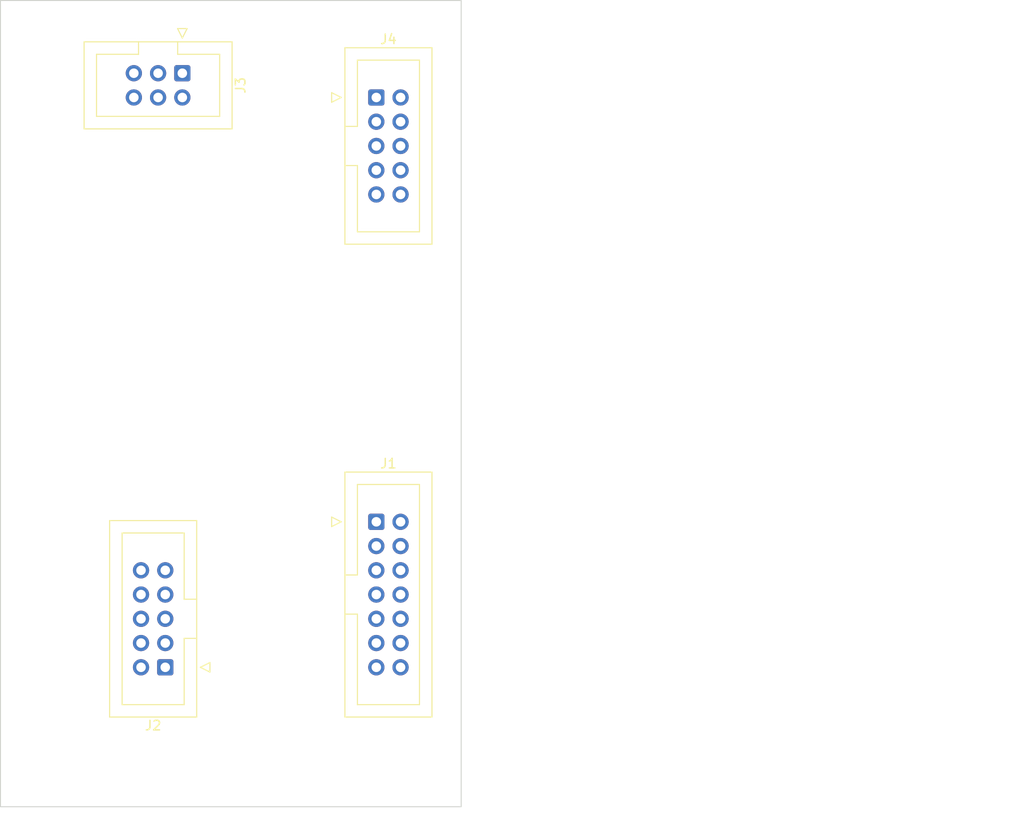
<source format=kicad_pcb>
(kicad_pcb (version 20211014) (generator pcbnew)
  (layers (0 "F.Cu" signal) (31 "B.Cu" signal) (34 "B.Paste" user) (35 "F.Paste" user) (36 "B.SilkS" user "B.Silkscreen") (37 "F.SilkS" user "F.Silkscreen") (38 "B.Mask" user) (39 "F.Mask" user) (44 "Edge.Cuts" user))
  (net 0 "")
  (net 1 "GND")
  (net 2 "/IN_B")
  (net 3 "/~{ALU_RESET}")
  (net 4 "/S0")
  (net 5 "/S2")
  (net 6 "/OUT_FLAG")
  (net 7 "/IN_A")
  (net 8 "/ALU_AUX")
  (net 9 "/IN_N")
  (net 10 "/S1")
  (net 11 "/OUT")
  (net 12 "/BUS_CLK")
  (net 13 "/IMM_PC_OUT_S~{P}")
  (footprint "Connector_IDC:IDC-Header_2x03_P2.54mm_Vertical" (layer "F.Cu") (at 170.18 35.56 -90)
    (fp_text reference "J3" (at 1.27 -6.1 90) (layer "F.SilkS"))
    (fp_text value "Conn_01x06")
    (fp_line (start 5.83 -5.21) (end 5.83 10.29) (layer "F.SilkS") (width 0.12))
    (fp_line (start -1.98 0.49) (end -1.98 -3.91) (layer "F.SilkS") (width 0.12))
    (fp_line (start -3.68 0) (end -4.68 -0.5) (layer "F.SilkS") (width 0.12))
    (fp_line (start 5.83 10.29) (end -3.29 10.29) (layer "F.SilkS") (width 0.12))
    (fp_line (start 4.52 8.99) (end -1.98 8.99) (layer "F.SilkS") (width 0.12))
    (fp_line (start -4.68 -0.5) (end -4.68 0.5) (layer "F.SilkS") (width 0.12))
    (fp_line (start -1.98 4.59) (end -1.98 4.59) (layer "F.SilkS") (width 0.12))
    (fp_line (start -1.98 -3.91) (end 4.52 -3.91) (layer "F.SilkS") (width 0.12))
    (fp_line (start 4.52 -3.91) (end 4.52 8.99) (layer "F.SilkS") (width 0.12))
    (fp_line (start -3.29 -5.21) (end 5.83 -5.21) (layer "F.SilkS") (width 0.12))
    (fp_line (start -4.68 0.5) (end -3.68 0) (layer "F.SilkS") (width 0.12))
    (fp_line (start -1.98 4.59) (end -3.29 4.59) (layer "F.SilkS") (width 0.12))
    (fp_line (start -3.29 0.49) (end -1.98 0.49) (layer "F.SilkS") (width 0.12))
    (fp_line (start -3.29 10.29) (end -3.29 -5.21) (layer "F.SilkS") (width 0.12))
    (fp_line (start -1.98 8.99) (end -1.98 4.59) (layer "F.SilkS") (width 0.12))
    (pad "1" thru_hole roundrect locked (at 0 0 270) (size 1.7 1.7) (drill 1) (layers *.Cu *.Mask) (roundrect_rratio 0.147059) (net 1 "GND"))
    (pad "2" thru_hole circle locked (at 2.54 0 270) (size 1.7 1.7) (drill 1) (layers *.Cu *.Mask) (net 11 "/OUT"))
    (pad "3" thru_hole circle locked (at 0 2.54 270) (size 1.7 1.7) (drill 1) (layers *.Cu *.Mask) (net 2 "/IN_B"))
    (pad "4" thru_hole circle locked (at 2.54 2.54 270) (size 1.7 1.7) (drill 1) (layers *.Cu *.Mask) (net 7 "/IN_A"))
    (pad "5" thru_hole circle locked (at 0 5.08 270) (size 1.7 1.7) (drill 1) (layers *.Cu *.Mask) (net 12 "/BUS_CLK"))
    (pad "6" thru_hole circle locked (at 2.54 5.08 270) (size 1.7 1.7) (drill 1) (layers *.Cu *.Mask) (net 1 "GND"))
  )
  (footprint "Connector_IDC:IDC-Header_2x07_P2.54mm_Vertical" (layer "F.Cu") (at 190.5 82.55)
    (fp_text reference "J1" (at 1.27 -6.1) (layer "F.SilkS"))
    (fp_text value "Conn_ALU")
    (fp_line (start 4.52 -3.91) (end 4.52 19.15) (layer "F.SilkS") (width 0.12))
    (fp_line (start -4.68 -0.5) (end -4.68 0.5) (layer "F.SilkS") (width 0.12))
    (fp_line (start -3.29 -5.21) (end 5.83 -5.21) (layer "F.SilkS") (width 0.12))
    (fp_line (start -1.98 -3.91) (end 4.52 -3.91) (layer "F.SilkS") (width 0.12))
    (fp_line (start 4.52 19.15) (end -1.98 19.15) (layer "F.SilkS") (width 0.12))
    (fp_line (start -3.29 5.57) (end -1.98 5.57) (layer "F.SilkS") (width 0.12))
    (fp_line (start -4.68 0.5) (end -3.68 0) (layer "F.SilkS") (width 0.12))
    (fp_line (start -1.98 19.15) (end -1.98 9.67) (layer "F.SilkS") (width 0.12))
    (fp_line (start 5.83 -5.21) (end 5.83 20.45) (layer "F.SilkS") (width 0.12))
    (fp_line (start -3.68 0) (end -4.68 -0.5) (layer "F.SilkS") (width 0.12))
    (fp_line (start -1.98 9.67) (end -3.29 9.67) (layer "F.SilkS") (width 0.12))
    (fp_line (start -1.98 5.57) (end -1.98 -3.91) (layer "F.SilkS") (width 0.12))
    (fp_line (start -1.98 9.67) (end -1.98 9.67) (layer "F.SilkS") (width 0.12))
    (fp_line (start -3.29 20.45) (end -3.29 -5.21) (layer "F.SilkS") (width 0.12))
    (fp_line (start 5.83 20.45) (end -3.29 20.45) (layer "F.SilkS") (width 0.12))
    (pad "1" thru_hole roundrect locked (at 0 0) (size 1.7 1.7) (drill 1) (layers *.Cu *.Mask) (roundrect_rratio 0.147059) (net 1 "GND"))
    (pad "2" thru_hole circle locked (at 2.54 0) (size 1.7 1.7) (drill 1) (layers *.Cu *.Mask) (net 12 "/BUS_CLK"))
    (pad "3" thru_hole circle locked (at 0 2.54) (size 1.7 1.7) (drill 1) (layers *.Cu *.Mask) (net 1 "GND"))
    (pad "4" thru_hole circle locked (at 2.54 2.54) (size 1.7 1.7) (drill 1) (layers *.Cu *.Mask) (net 7 "/IN_A"))
    (pad "5" thru_hole circle locked (at 0 5.08) (size 1.7 1.7) (drill 1) (layers *.Cu *.Mask) (net 2 "/IN_B"))
    (pad "6" thru_hole circle locked (at 2.54 5.08) (size 1.7 1.7) (drill 1) (layers *.Cu *.Mask) (net 8 "/ALU_AUX"))
    (pad "7" thru_hole circle locked (at 0 7.62) (size 1.7 1.7) (drill 1) (layers *.Cu *.Mask) (net 3 "/~{ALU_RESET}"))
    (pad "8" thru_hole circle locked (at 2.54 7.62) (size 1.7 1.7) (drill 1) (layers *.Cu *.Mask) (net 9 "/IN_N"))
    (pad "9" thru_hole circle locked (at 0 10.16) (size 1.7 1.7) (drill 1) (layers *.Cu *.Mask) (net 4 "/S0"))
    (pad "10" thru_hole circle locked (at 2.54 10.16) (size 1.7 1.7) (drill 1) (layers *.Cu *.Mask) (net 10 "/S1"))
    (pad "11" thru_hole circle locked (at 0 12.7) (size 1.7 1.7) (drill 1) (layers *.Cu *.Mask) (net 5 "/S2"))
    (pad "12" thru_hole circle locked (at 2.54 12.7) (size 1.7 1.7) (drill 1) (layers *.Cu *.Mask) (net 11 "/OUT"))
    (pad "13" thru_hole circle locked (at 0 15.24) (size 1.7 1.7) (drill 1) (layers *.Cu *.Mask) (net 6 "/OUT_FLAG"))
    (pad "14" thru_hole circle locked (at 2.54 15.24) (size 1.7 1.7) (drill 1) (layers *.Cu *.Mask) (net 1 "GND"))
  )
  (footprint "Connector_IDC:IDC-Header_2x05_P2.54mm_Vertical" (layer "F.Cu") (at 190.5 38.1)
    (fp_text reference "J4" (at 1.27 -6.1) (layer "F.SilkS"))
    (fp_text value "Conn_01x10")
    (fp_line (start 4.52 14.07) (end -1.98 14.07) (layer "F.SilkS") (width 0.12))
    (fp_line (start -4.68 -0.5) (end -4.68 0.5) (layer "F.SilkS") (width 0.12))
    (fp_line (start -1.98 14.07) (end -1.98 7.13) (layer "F.SilkS") (width 0.12))
    (fp_line (start -1.98 3.03) (end -1.98 -3.91) (layer "F.SilkS") (width 0.12))
    (fp_line (start -1.98 7.13) (end -3.29 7.13) (layer "F.SilkS") (width 0.12))
    (fp_line (start -3.68 0) (end -4.68 -0.5) (layer "F.SilkS") (width 0.12))
    (fp_line (start -3.29 -5.21) (end 5.83 -5.21) (layer "F.SilkS") (width 0.12))
    (fp_line (start -3.29 3.03) (end -1.98 3.03) (layer "F.SilkS") (width 0.12))
    (fp_line (start 4.52 -3.91) (end 4.52 14.07) (layer "F.SilkS") (width 0.12))
    (fp_line (start 5.83 -5.21) (end 5.83 15.37) (layer "F.SilkS") (width 0.12))
    (fp_line (start -1.98 -3.91) (end 4.52 -3.91) (layer "F.SilkS") (width 0.12))
    (fp_line (start -4.68 0.5) (end -3.68 0) (layer "F.SilkS") (width 0.12))
    (fp_line (start -3.29 15.37) (end -3.29 -5.21) (layer "F.SilkS") (width 0.12))
    (fp_line (start -1.98 7.13) (end -1.98 7.13) (layer "F.SilkS") (width 0.12))
    (fp_line (start 5.83 15.37) (end -3.29 15.37) (layer "F.SilkS") (width 0.12))
    (pad "1" thru_hole roundrect locked (at 0 0) (size 1.7 1.7) (drill 1) (layers *.Cu *.Mask) (roundrect_rratio 0.147059) (net 1 "GND"))
    (pad "2" thru_hole circle locked (at 2.54 0) (size 1.7 1.7) (drill 1) (layers *.Cu *.Mask) (net 12 "/BUS_CLK"))
    (pad "3" thru_hole circle locked (at 0 2.54) (size 1.7 1.7) (drill 1) (layers *.Cu *.Mask) (net 4 "/S0"))
    (pad "4" thru_hole circle locked (at 2.54 2.54) (size 1.7 1.7) (drill 1) (layers *.Cu *.Mask) (net 10 "/S1"))
    (pad "5" thru_hole circle locked (at 0 5.08) (size 1.7 1.7) (drill 1) (layers *.Cu *.Mask) (net 5 "/S2"))
    (pad "6" thru_hole circle locked (at 2.54 5.08) (size 1.7 1.7) (drill 1) (layers *.Cu *.Mask) (net 13 "/IMM_PC_OUT_S~{P}"))
    (pad "7" thru_hole circle locked (at 0 7.62) (size 1.7 1.7) (drill 1) (layers *.Cu *.Mask) (net 7 "/IN_A"))
    (pad "8" thru_hole circle locked (at 2.54 7.62) (size 1.7 1.7) (drill 1) (layers *.Cu *.Mask) (net 2 "/IN_B"))
    (pad "9" thru_hole circle locked (at 0 10.16) (size 1.7 1.7) (drill 1) (layers *.Cu *.Mask) (net 11 "/OUT"))
    (pad "10" thru_hole circle locked (at 2.54 10.16) (size 1.7 1.7) (drill 1) (layers *.Cu *.Mask) (net 1 "GND"))
  )
  (footprint "Connector_IDC:IDC-Header_2x05_P2.54mm_Vertical" (layer "F.Cu") (at 168.3925 97.79 180)
    (fp_text reference "J2" (at 1.27 -6.1) (layer "F.SilkS"))
    (fp_text value "Conn_01x10")
    (fp_line (start -3.29 15.37) (end -3.29 -5.21) (layer "F.SilkS") (width 0.12))
    (fp_line (start -4.68 0.5) (end -3.68 0) (layer "F.SilkS") (width 0.12))
    (fp_line (start -1.98 14.07) (end -1.98 7.13) (layer "F.SilkS") (width 0.12))
    (fp_line (start 5.83 15.37) (end -3.29 15.37) (layer "F.SilkS") (width 0.12))
    (fp_line (start -3.29 3.03) (end -1.98 3.03) (layer "F.SilkS") (width 0.12))
    (fp_line (start -1.98 7.13) (end -1.98 7.13) (layer "F.SilkS") (width 0.12))
    (fp_line (start -1.98 3.03) (end -1.98 -3.91) (layer "F.SilkS") (width 0.12))
    (fp_line (start -1.98 7.13) (end -3.29 7.13) (layer "F.SilkS") (width 0.12))
    (fp_line (start -4.68 -0.5) (end -4.68 0.5) (layer "F.SilkS") (width 0.12))
    (fp_line (start 4.52 -3.91) (end 4.52 14.07) (layer "F.SilkS") (width 0.12))
    (fp_line (start -3.29 -5.21) (end 5.83 -5.21) (layer "F.SilkS") (width 0.12))
    (fp_line (start 4.52 14.07) (end -1.98 14.07) (layer "F.SilkS") (width 0.12))
    (fp_line (start 5.83 -5.21) (end 5.83 15.37) (layer "F.SilkS") (width 0.12))
    (fp_line (start -3.68 0) (end -4.68 -0.5) (layer "F.SilkS") (width 0.12))
    (fp_line (start -1.98 -3.91) (end 4.52 -3.91) (layer "F.SilkS") (width 0.12))
    (pad "1" thru_hole roundrect locked (at 0 0 180) (size 1.7 1.7) (drill 1) (layers *.Cu *.Mask) (roundrect_rratio 0.147059) (net 1 "GND"))
    (pad "2" thru_hole circle locked (at 2.54 0 180) (size 1.7 1.7) (drill 1) (layers *.Cu *.Mask) (net 13 "/IMM_PC_OUT_S~{P}"))
    (pad "3" thru_hole circle locked (at 0 2.54 180) (size 1.7 1.7) (drill 1) (layers *.Cu *.Mask) (net 6 "/OUT_FLAG"))
    (pad "4" thru_hole circle locked (at 2.54 2.54 180) (size 1.7 1.7) (drill 1) (layers *.Cu *.Mask) (net 5 "/S2"))
    (pad "5" thru_hole circle locked (at 0 5.08 180) (size 1.7 1.7) (drill 1) (layers *.Cu *.Mask) (net 10 "/S1"))
    (pad "6" thru_hole circle locked (at 2.54 5.08 180) (size 1.7 1.7) (drill 1) (layers *.Cu *.Mask) (net 4 "/S0"))
    (pad "7" thru_hole circle locked (at 0 7.62 180) (size 1.7 1.7) (drill 1) (layers *.Cu *.Mask) (net 9 "/IN_N"))
    (pad "8" thru_hole circle locked (at 2.54 7.62 180) (size 1.7 1.7) (drill 1) (layers *.Cu *.Mask) (net 3 "/~{ALU_RESET}"))
    (pad "9" thru_hole circle locked (at 0 10.16 180) (size 1.7 1.7) (drill 1) (layers *.Cu *.Mask) (net 8 "/ALU_AUX"))
    (pad "10" thru_hole circle locked (at 2.54 10.16 180) (size 1.7 1.7) (drill 1) (layers *.Cu *.Mask) (net 1 "GND"))
  )
  (gr_rect (start 151.13 27.94) (end 199.39 112.395) (layer "Edge.Cuts") (width 0.1) (fill none))
)
</source>
